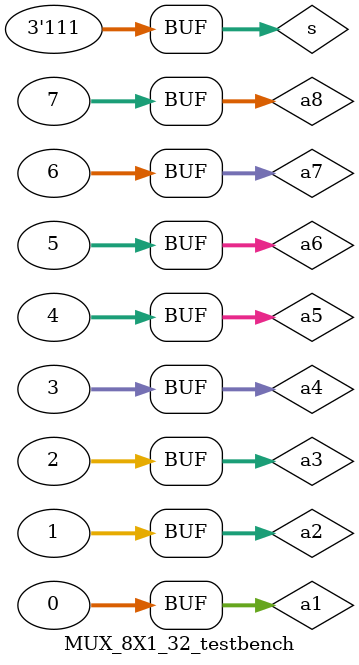
<source format=v>
`define DELAY 20
module MUX_8X1_32_testbench(); 

	wire [31:0] out;
	reg [31:0] a1;
	reg [31:0] a2;
	reg [31:0] a3;
	reg [31:0] a4;
	reg [31:0] a5;
	reg [31:0] a6;
	reg [31:0] a7;
	reg [31:0] a8;
	reg [2:0] s;
	
MUX_8X1_32 mux8x132tb(out, a1,a2,a3,a4,a5,a6,a7,a8,s);

initial begin
a1 = 32'h00000000;
a2 = 32'h00000001;
a3 = 32'h00000002;
a4 = 32'h00000003;
a5 = 32'h00000004;
a6 = 32'h00000005;
a7 = 32'h00000006;
a8 = 32'h00000007;
s = 3'b000;
#`DELAY;
a1 = 32'h00000000;
a2 = 32'h00000001;
a3 = 32'h00000002;
a4 = 32'h00000003;
a5 = 32'h00000004;
a6 = 32'h00000005;
a7 = 32'h00000006;
a8 = 32'h00000007;
s = 3'b001;
#`DELAY;
a1 = 32'h00000000;
a2 = 32'h00000001;
a3 = 32'h00000002;
a4 = 32'h00000003;
a5 = 32'h00000004;
a6 = 32'h00000005;
a7 = 32'h00000006;
a8 = 32'h00000007;
s = 3'b10;
#`DELAY;
a1 = 32'h00000000;
a2 = 32'h00000001;
a3 = 32'h00000002;
a4 = 32'h00000003;
a5 = 32'h00000004;
a6 = 32'h00000005;
a7 = 32'h00000006;
a8 = 32'h00000007;
s = 3'b011;
#`DELAY;
a1 = 32'h00000000;
a2 = 32'h00000001;
a3 = 32'h00000002;
a4 = 32'h00000003;
a5 = 32'h00000004;
a6 = 32'h00000005;
a7 = 32'h00000006;
a8 = 32'h00000007;
s = 3'b100;
#`DELAY;
a1 = 32'h00000000;
a2 = 32'h00000001;
a3 = 32'h00000002;
a4 = 32'h00000003;
a5 = 32'h00000004;
a6 = 32'h00000005;
a7 = 32'h00000006;
a8 = 32'h00000007;
s = 3'b101;
#`DELAY;
a1 = 32'h00000000;
a2 = 32'h00000001;
a3 = 32'h00000002;
a4 = 32'h00000003;
a5 = 32'h00000004;
a6 = 32'h00000005;
a7 = 32'h00000006;
a8 = 32'h00000007;
s = 3'b110;
#`DELAY;
a1 = 32'h00000000;
a2 = 32'h00000001;
a3 = 32'h00000002;
a4 = 32'h00000003;
a5 = 32'h00000004;
a6 = 32'h00000005;
a7 = 32'h00000006;
a8 = 32'h00000007;
s = 3'b111;
#`DELAY;

end
 
initial
begin
$monitor("a1 =%32b, a2=%32b, a3=%32b ,a4=%32b ,a5 =%32b, a6=%32b, a7=%32b ,a8=%32b, s=%3b ,out=%32b ", a1,a2,a3,a4,a5,a6,a7,a8,s, out);
end
 
endmodule
</source>
